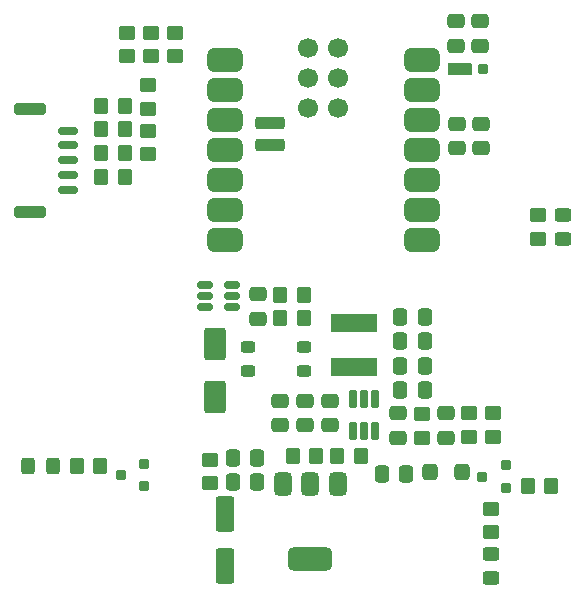
<source format=gbr>
%TF.GenerationSoftware,KiCad,Pcbnew,8.0.4*%
%TF.CreationDate,2025-01-29T17:32:31-05:00*%
%TF.ProjectId,EauRouge,45617552-6f75-4676-952e-6b696361645f,rev?*%
%TF.SameCoordinates,Original*%
%TF.FileFunction,Paste,Top*%
%TF.FilePolarity,Positive*%
%FSLAX46Y46*%
G04 Gerber Fmt 4.6, Leading zero omitted, Abs format (unit mm)*
G04 Created by KiCad (PCBNEW 8.0.4) date 2025-01-29 17:32:31*
%MOMM*%
%LPD*%
G01*
G04 APERTURE LIST*
G04 Aperture macros list*
%AMRoundRect*
0 Rectangle with rounded corners*
0 $1 Rounding radius*
0 $2 $3 $4 $5 $6 $7 $8 $9 X,Y pos of 4 corners*
0 Add a 4 corners polygon primitive as box body*
4,1,4,$2,$3,$4,$5,$6,$7,$8,$9,$2,$3,0*
0 Add four circle primitives for the rounded corners*
1,1,$1+$1,$2,$3*
1,1,$1+$1,$4,$5*
1,1,$1+$1,$6,$7*
1,1,$1+$1,$8,$9*
0 Add four rect primitives between the rounded corners*
20,1,$1+$1,$2,$3,$4,$5,0*
20,1,$1+$1,$4,$5,$6,$7,0*
20,1,$1+$1,$6,$7,$8,$9,0*
20,1,$1+$1,$8,$9,$2,$3,0*%
G04 Aperture macros list end*
%ADD10RoundRect,0.250000X-0.350000X-0.450000X0.350000X-0.450000X0.350000X0.450000X-0.350000X0.450000X0*%
%ADD11RoundRect,0.250000X-0.337500X-0.475000X0.337500X-0.475000X0.337500X0.475000X-0.337500X0.475000X0*%
%ADD12RoundRect,0.250000X0.337500X0.475000X-0.337500X0.475000X-0.337500X-0.475000X0.337500X-0.475000X0*%
%ADD13RoundRect,0.250000X-0.475000X0.337500X-0.475000X-0.337500X0.475000X-0.337500X0.475000X0.337500X0*%
%ADD14RoundRect,0.250000X-0.450000X0.350000X-0.450000X-0.350000X0.450000X-0.350000X0.450000X0.350000X0*%
%ADD15RoundRect,0.250000X0.475000X-0.337500X0.475000X0.337500X-0.475000X0.337500X-0.475000X-0.337500X0*%
%ADD16RoundRect,0.110000X-0.890000X-0.440000X0.890000X-0.440000X0.890000X0.440000X-0.890000X0.440000X0*%
%ADD17RoundRect,0.080000X-0.320000X-0.320000X0.320000X-0.320000X0.320000X0.320000X-0.320000X0.320000X0*%
%ADD18RoundRect,0.250000X-0.550000X1.250000X-0.550000X-1.250000X0.550000X-1.250000X0.550000X1.250000X0*%
%ADD19RoundRect,0.250000X0.450000X-0.350000X0.450000X0.350000X-0.450000X0.350000X-0.450000X-0.350000X0*%
%ADD20RoundRect,0.250000X0.650000X-1.125000X0.650000X1.125000X-0.650000X1.125000X-0.650000X-1.125000X0*%
%ADD21RoundRect,0.500000X-1.000000X-0.500000X1.000000X-0.500000X1.000000X0.500000X-1.000000X0.500000X0*%
%ADD22RoundRect,0.275000X0.975000X0.275000X-0.975000X0.275000X-0.975000X-0.275000X0.975000X-0.275000X0*%
%ADD23C,1.700000*%
%ADD24RoundRect,0.250000X-0.450000X0.325000X-0.450000X-0.325000X0.450000X-0.325000X0.450000X0.325000X0*%
%ADD25RoundRect,0.295455X-0.354545X-0.404545X0.354545X-0.404545X0.354545X0.404545X-0.354545X0.404545X0*%
%ADD26RoundRect,0.375000X-0.375000X0.625000X-0.375000X-0.625000X0.375000X-0.625000X0.375000X0.625000X0*%
%ADD27RoundRect,0.500000X-1.400000X0.500000X-1.400000X-0.500000X1.400000X-0.500000X1.400000X0.500000X0*%
%ADD28RoundRect,0.250000X0.350000X0.450000X-0.350000X0.450000X-0.350000X-0.450000X0.350000X-0.450000X0*%
%ADD29RoundRect,0.200000X0.250000X0.200000X-0.250000X0.200000X-0.250000X-0.200000X0.250000X-0.200000X0*%
%ADD30RoundRect,0.162500X-0.162500X0.617500X-0.162500X-0.617500X0.162500X-0.617500X0.162500X0.617500X0*%
%ADD31RoundRect,0.237500X0.387500X0.237500X-0.387500X0.237500X-0.387500X-0.237500X0.387500X-0.237500X0*%
%ADD32RoundRect,0.150000X-0.700000X0.150000X-0.700000X-0.150000X0.700000X-0.150000X0.700000X0.150000X0*%
%ADD33RoundRect,0.250000X-1.100000X0.250000X-1.100000X-0.250000X1.100000X-0.250000X1.100000X0.250000X0*%
%ADD34R,4.000000X1.600000*%
%ADD35RoundRect,0.250000X0.325000X0.450000X-0.325000X0.450000X-0.325000X-0.450000X0.325000X-0.450000X0*%
%ADD36RoundRect,0.150000X-0.512500X-0.150000X0.512500X-0.150000X0.512500X0.150000X-0.512500X0.150000X0*%
G04 APERTURE END LIST*
D10*
%TO.C,R10*%
X108000000Y-112850000D03*
X110000000Y-112850000D03*
%TD*%
D11*
%TO.C,C11*%
X133312500Y-126750000D03*
X135387500Y-126750000D03*
%TD*%
D12*
%TO.C,C17*%
X121187500Y-138650000D03*
X119112500Y-138650000D03*
%TD*%
D13*
%TO.C,C4*%
X140150000Y-110362500D03*
X140150000Y-112437500D03*
%TD*%
D14*
%TO.C,R14*%
X141150000Y-134900000D03*
X141150000Y-136900000D03*
%TD*%
D15*
%TO.C,C15*%
X137150000Y-136937500D03*
X137150000Y-134862500D03*
%TD*%
D16*
%TO.C,D1*%
X138372500Y-105700000D03*
D17*
X140272500Y-105700000D03*
%TD*%
D11*
%TO.C,C18*%
X131762500Y-140000000D03*
X133837500Y-140000000D03*
%TD*%
D14*
%TO.C,R11*%
X111950000Y-110950000D03*
X111950000Y-112950000D03*
%TD*%
D13*
%TO.C,C9*%
X125225000Y-133842500D03*
X125225000Y-135917500D03*
%TD*%
D10*
%TO.C,R19*%
X127987500Y-138500000D03*
X129987500Y-138500000D03*
%TD*%
D18*
%TO.C,C6*%
X118450000Y-143450000D03*
X118450000Y-147850000D03*
%TD*%
D19*
%TO.C,R3*%
X110200000Y-104650000D03*
X110200000Y-102650000D03*
%TD*%
D20*
%TO.C,D2*%
X117600000Y-133482500D03*
X117600000Y-128982500D03*
%TD*%
D15*
%TO.C,C2*%
X140050000Y-103787500D03*
X140050000Y-101712500D03*
%TD*%
D13*
%TO.C,C8*%
X123125000Y-133842500D03*
X123125000Y-135917500D03*
%TD*%
D10*
%TO.C,R9*%
X108000000Y-114900000D03*
X110000000Y-114900000D03*
%TD*%
D21*
%TO.C,U1*%
X118450000Y-104970000D03*
X118450000Y-107510000D03*
X118450000Y-110050000D03*
X118450000Y-112590000D03*
X118450000Y-115130000D03*
X118450000Y-117670000D03*
X118450000Y-120210000D03*
X135115000Y-120210000D03*
X135115000Y-117670000D03*
X135115000Y-115130000D03*
X135115000Y-112590000D03*
X135115000Y-110050000D03*
X135115000Y-107510000D03*
X135115000Y-104970000D03*
D22*
X122310000Y-112208000D03*
X122310000Y-110303000D03*
D23*
X125485000Y-103958000D03*
X128025000Y-103958000D03*
X125485000Y-106498000D03*
X128025000Y-106498000D03*
X125485000Y-109038000D03*
X128025000Y-109038000D03*
%TD*%
D15*
%TO.C,C1*%
X138000000Y-103787500D03*
X138000000Y-101712500D03*
%TD*%
D24*
%TO.C,D4*%
X147050000Y-118075000D03*
X147050000Y-120125000D03*
%TD*%
D10*
%TO.C,R12*%
X105900000Y-139350000D03*
X107900000Y-139350000D03*
%TD*%
D24*
%TO.C,D5*%
X140950000Y-146775000D03*
X140950000Y-148825000D03*
%TD*%
D25*
%TO.C,D6*%
X135850000Y-139850000D03*
X138550000Y-139850000D03*
%TD*%
D14*
%TO.C,R8*%
X111950000Y-107100000D03*
X111950000Y-109100000D03*
%TD*%
D12*
%TO.C,C16*%
X121187500Y-140700000D03*
X119112500Y-140700000D03*
%TD*%
D26*
%TO.C,U4*%
X128000000Y-140900000D03*
X125700000Y-140900000D03*
D27*
X125700000Y-147200000D03*
D26*
X123400000Y-140900000D03*
%TD*%
D14*
%TO.C,R16*%
X145000000Y-118100000D03*
X145000000Y-120100000D03*
%TD*%
D10*
%TO.C,R18*%
X124200000Y-138500000D03*
X126200000Y-138500000D03*
%TD*%
D28*
%TO.C,R4*%
X125150000Y-124850000D03*
X123150000Y-124850000D03*
%TD*%
D11*
%TO.C,C14*%
X133312500Y-132900000D03*
X135387500Y-132900000D03*
%TD*%
D28*
%TO.C,R21*%
X146100000Y-141050000D03*
X144100000Y-141050000D03*
%TD*%
D29*
%TO.C,Q1*%
X111650000Y-141050000D03*
X111650000Y-139150000D03*
X109650000Y-140100000D03*
%TD*%
D19*
%TO.C,R20*%
X140950000Y-144950000D03*
X140950000Y-142950000D03*
%TD*%
D30*
%TO.C,U3*%
X131175000Y-133700000D03*
X130225000Y-133700000D03*
X129275000Y-133700000D03*
X129275000Y-136400000D03*
X130225000Y-136400000D03*
X131175000Y-136400000D03*
%TD*%
D11*
%TO.C,C13*%
X133312500Y-130850000D03*
X135387500Y-130850000D03*
%TD*%
D13*
%TO.C,C3*%
X138100000Y-110362500D03*
X138100000Y-112437500D03*
%TD*%
D29*
%TO.C,Q2*%
X142250000Y-141200000D03*
X142250000Y-139300000D03*
X140250000Y-140250000D03*
%TD*%
D19*
%TO.C,R15*%
X139150000Y-136900000D03*
X139150000Y-134900000D03*
%TD*%
D14*
%TO.C,R17*%
X135150000Y-134950000D03*
X135150000Y-136950000D03*
%TD*%
D11*
%TO.C,C12*%
X133312500Y-128800000D03*
X135387500Y-128800000D03*
%TD*%
D19*
%TO.C,R13*%
X117200000Y-140800000D03*
X117200000Y-138800000D03*
%TD*%
D31*
%TO.C,FL1*%
X125175000Y-131300000D03*
X125175000Y-129300000D03*
X120425000Y-129300000D03*
X120425000Y-131300000D03*
%TD*%
D15*
%TO.C,C7*%
X133125000Y-136957500D03*
X133125000Y-134882500D03*
%TD*%
D10*
%TO.C,R7*%
X108000000Y-108850000D03*
X110000000Y-108850000D03*
%TD*%
D32*
%TO.C,J2*%
X105150000Y-110950000D03*
X105150000Y-112200000D03*
X105150000Y-113450000D03*
X105150000Y-114700000D03*
X105150000Y-115950000D03*
D33*
X101950000Y-109100000D03*
X101950000Y-117800000D03*
%TD*%
D34*
%TO.C,L1*%
X129400000Y-131000000D03*
X129400000Y-127200000D03*
%TD*%
D14*
%TO.C,R1*%
X112200000Y-102650000D03*
X112200000Y-104650000D03*
%TD*%
%TO.C,R2*%
X114200000Y-102650000D03*
X114200000Y-104650000D03*
%TD*%
D35*
%TO.C,D3*%
X103875000Y-139350000D03*
X101825000Y-139350000D03*
%TD*%
D10*
%TO.C,R6*%
X108000000Y-110850000D03*
X110000000Y-110850000D03*
%TD*%
D28*
%TO.C,R5*%
X125150000Y-126850000D03*
X123150000Y-126850000D03*
%TD*%
D13*
%TO.C,C10*%
X127325000Y-133842500D03*
X127325000Y-135917500D03*
%TD*%
D36*
%TO.C,U2*%
X116812500Y-124000000D03*
X116812500Y-124950000D03*
X116812500Y-125900000D03*
X119087500Y-125900000D03*
X119087500Y-124950000D03*
X119087500Y-124000000D03*
%TD*%
D13*
%TO.C,C5*%
X121250000Y-124812500D03*
X121250000Y-126887500D03*
%TD*%
M02*

</source>
